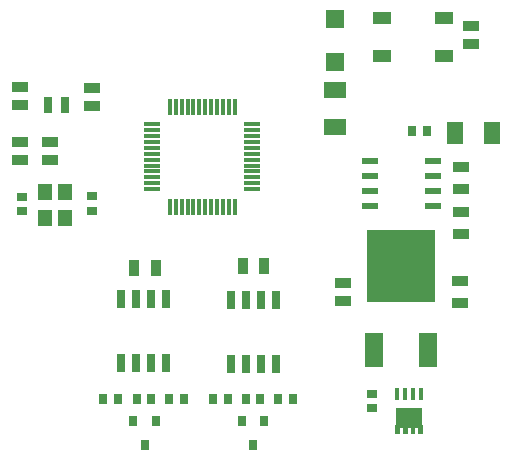
<source format=gbr>
%TF.GenerationSoftware,Altium Limited,Altium Designer,25.6.2 (33)*%
G04 Layer_Color=8421504*
%FSLAX45Y45*%
%MOMM*%
%TF.SameCoordinates,85BC1294-957B-4AEE-BC4A-C6642BEA407B*%
%TF.FilePolarity,Positive*%
%TF.FileFunction,Paste,Top*%
%TF.Part,Single*%
G01*
G75*
%TA.AperFunction,SMDPad,CuDef*%
%ADD10R,1.47500X0.30000*%
%ADD11R,1.55000X1.00000*%
%ADD12R,0.85000X0.75000*%
%ADD13R,1.35000X0.95000*%
%ADD14R,1.35490X1.85822*%
%ADD15R,1.40000X0.95000*%
%ADD16R,0.95000X1.40000*%
%ADD17R,0.75814X0.81213*%
%ADD18R,0.65000X1.52500*%
%ADD19R,0.80000X0.90000*%
%ADD20R,5.80000X6.20000*%
%ADD21R,0.81213X0.75814*%
%ADD22R,1.60000X1.50000*%
%ADD23R,1.20000X1.40000*%
%ADD24R,1.40000X0.60000*%
%ADD25R,1.85822X1.35490*%
%ADD26C,1.50876*%
%ADD27R,0.40640X0.99060*%
%ADD28R,0.30000X1.47500*%
%ADD29R,1.60000X3.00000*%
%ADD30R,0.75000X1.40000*%
G36*
X3649211Y1318972D02*
X3656831D01*
Y1242772D01*
X3616191D01*
Y1293572D01*
X3590791D01*
Y1242772D01*
X3550151D01*
Y1293572D01*
X3524751D01*
Y1242772D01*
X3484111D01*
Y1293572D01*
X3458711D01*
Y1242772D01*
X3418071D01*
Y1318972D01*
X3425691D01*
Y1466292D01*
X3649211D01*
Y1318972D01*
D02*
G37*
D10*
X2209800Y3865200D02*
D03*
Y3815200D02*
D03*
X1362200Y3565200D02*
D03*
Y3415200D02*
D03*
Y3615200D02*
D03*
Y3665200D02*
D03*
X2209800D02*
D03*
Y3465200D02*
D03*
Y3715200D02*
D03*
Y3365200D02*
D03*
Y3415200D02*
D03*
Y3765200D02*
D03*
Y3315200D02*
D03*
X1362200Y3465200D02*
D03*
Y3515200D02*
D03*
Y3865200D02*
D03*
Y3815200D02*
D03*
Y3765200D02*
D03*
Y3715200D02*
D03*
Y3365200D02*
D03*
Y3315200D02*
D03*
X2209800Y3515200D02*
D03*
Y3565200D02*
D03*
Y3615200D02*
D03*
D11*
X3832306Y4766000D02*
D03*
X3307305D02*
D03*
Y4446000D02*
D03*
X3832306D02*
D03*
D12*
X257983Y3128090D02*
D03*
X849984Y3257090D02*
D03*
X257983Y3253090D02*
D03*
X849984Y3132090D02*
D03*
D13*
X4063309Y4698098D02*
D03*
X243951Y3565199D02*
D03*
X245554Y4180850D02*
D03*
X498484Y3565200D02*
D03*
X854199Y4169700D02*
D03*
X2976005Y2521422D02*
D03*
X4063309Y4548098D02*
D03*
X243951Y3715199D02*
D03*
X498484Y3715200D02*
D03*
X2976005Y2371421D02*
D03*
X854199Y4019700D02*
D03*
X245554Y4030850D02*
D03*
D14*
X4238471Y3792622D02*
D03*
X3923340D02*
D03*
D15*
X3979305Y3504122D02*
D03*
Y2938122D02*
D03*
X3966605Y2538922D02*
D03*
X3979305Y3319122D02*
D03*
X3966605Y2353922D02*
D03*
X3979305Y3123122D02*
D03*
D16*
X1390805Y2644322D02*
D03*
X2311782Y2662322D02*
D03*
X2126782D02*
D03*
X1205805Y2644322D02*
D03*
D17*
X945408Y1539600D02*
D03*
X1877454D02*
D03*
X1629694D02*
D03*
X2550052D02*
D03*
X3561006Y3805322D02*
D03*
X2277981Y1539600D02*
D03*
X2152582D02*
D03*
X1504296D02*
D03*
X2002853D02*
D03*
X1355840D02*
D03*
X1230441D02*
D03*
X2424654D02*
D03*
X1070807D02*
D03*
X3686405Y3805322D02*
D03*
D18*
X1355605Y2382922D02*
D03*
X2278781Y2375522D02*
D03*
X2151781D02*
D03*
X1228605Y2382922D02*
D03*
X1482605D02*
D03*
X1101605D02*
D03*
Y1840522D02*
D03*
X1228605D02*
D03*
X1355605D02*
D03*
X1482605D02*
D03*
X2405781Y2375522D02*
D03*
X2024781D02*
D03*
Y1833122D02*
D03*
X2151781D02*
D03*
X2278781D02*
D03*
X2405781D02*
D03*
D19*
X1298305Y1151800D02*
D03*
X2215283D02*
D03*
X2120283Y1351800D02*
D03*
X2310283D02*
D03*
X1203305D02*
D03*
X1393305D02*
D03*
D20*
X3471305Y2662322D02*
D03*
D21*
X3222592Y1458912D02*
D03*
Y1584311D02*
D03*
D22*
X2909775Y4753500D02*
D03*
Y4393500D02*
D03*
D23*
X627484Y3292590D02*
D03*
X457483Y3072590D02*
D03*
Y3292590D02*
D03*
X627484Y3072590D02*
D03*
D24*
X3736305Y3424322D02*
D03*
Y3297322D02*
D03*
X3206305D02*
D03*
Y3424322D02*
D03*
X3736305Y3170322D02*
D03*
X3206305D02*
D03*
Y3551322D02*
D03*
X3736305D02*
D03*
D25*
X2905618Y4153415D02*
D03*
Y3838285D02*
D03*
D26*
X3557771Y1382472D02*
D03*
D27*
X3636511Y1579322D02*
D03*
X3570471D02*
D03*
X3504431D02*
D03*
X3438391D02*
D03*
D28*
X1861000Y3166400D02*
D03*
X1811000D02*
D03*
X1961000D02*
D03*
X1511000D02*
D03*
X1561000D02*
D03*
X1611000D02*
D03*
X1661000D02*
D03*
X1711000D02*
D03*
X1761000D02*
D03*
X1911000D02*
D03*
X2011000D02*
D03*
X2061000D02*
D03*
Y4014000D02*
D03*
X2011000D02*
D03*
X1961000D02*
D03*
X1911000D02*
D03*
X1861000D02*
D03*
X1811000D02*
D03*
X1761000D02*
D03*
X1711000D02*
D03*
X1661000D02*
D03*
X1611000D02*
D03*
X1561000D02*
D03*
X1511000D02*
D03*
D29*
X3242806Y1953322D02*
D03*
X3699805D02*
D03*
D30*
X626699Y4025850D02*
D03*
X481699D02*
D03*
%TF.MD5,f65a26fd374c860be664d4f36cbb98e0*%
M02*

</source>
